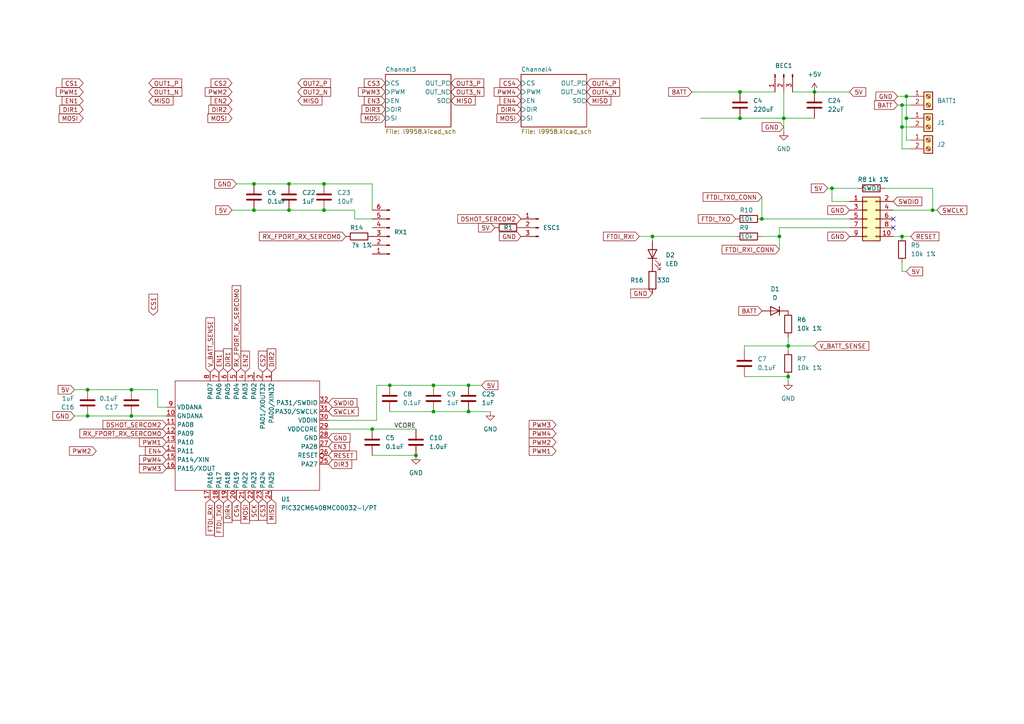
<source format=kicad_sch>
(kicad_sch (version 20211123) (generator eeschema)
  (paper "A4")
  (lib_symbols
    (symbol "Connector:Conn_01x03_Male" (pin_names (offset 1.016) hide)
      (property "Reference" "J" (at 0 5.08 0))
      (property "Value" "Conn_01x03_Male" (at 0 -5.08 0))
      (symbol "Conn_01x03_Male_1_1"
        (polyline (pts (xy 1.27 -2.54) (xy 0.8636 -2.54)) (stroke (width 0.1524)))
        (polyline (pts (xy 1.27 0) (xy 0.8636 0)) (stroke (width 0.1524)))
        (polyline (pts (xy 1.27 2.54) (xy 0.8636 2.54)) (stroke (width 0.1524)))
        (rectangle (start 0.8636 -2.413) (end 0 -2.667) (stroke (width 0.1524)) (fill (type outline)))
        (rectangle (start 0.8636 0.127) (end 0 -0.127) (stroke (width 0.1524)) (fill (type outline)))
        (rectangle (start 0.8636 2.667) (end 0 2.413) (stroke (width 0.1524)) (fill (type outline)))
        (pin passive line (at 5.08 2.54 180) (length 3.81) (name "Pin_1") (number "1"))
        (pin passive line (at 5.08 0 180) (length 3.81) (name "Pin_2") (number "2"))
        (pin passive line (at 5.08 -2.54 180) (length 3.81) (name "Pin_3") (number "3"))
      )
    )
    (symbol "Connector:Conn_01x06_Male" (pin_names (offset 1.016) hide)
      (property "Reference" "J" (at 0 7.62 0))
      (property "Value" "Conn_01x06_Male" (at 0 -10.16 0))
      (symbol "Conn_01x06_Male_1_1"
        (polyline (pts (xy 1.27 -7.62) (xy 0.8636 -7.62)) (stroke (width 0.1524)))
        (polyline (pts (xy 1.27 -5.08) (xy 0.8636 -5.08)) (stroke (width 0.1524)))
        (polyline (pts (xy 1.27 -2.54) (xy 0.8636 -2.54)) (stroke (width 0.1524)))
        (polyline (pts (xy 1.27 0) (xy 0.8636 0)) (stroke (width 0.1524)))
        (polyline (pts (xy 1.27 2.54) (xy 0.8636 2.54)) (stroke (width 0.1524)))
        (polyline (pts (xy 1.27 5.08) (xy 0.8636 5.08)) (stroke (width 0.1524)))
        (rectangle (start 0.8636 -7.493) (end 0 -7.747) (stroke (width 0.1524)) (fill (type outline)))
        (rectangle (start 0.8636 -4.953) (end 0 -5.207) (stroke (width 0.1524)) (fill (type outline)))
        (rectangle (start 0.8636 -2.413) (end 0 -2.667) (stroke (width 0.1524)) (fill (type outline)))
        (rectangle (start 0.8636 0.127) (end 0 -0.127) (stroke (width 0.1524)) (fill (type outline)))
        (rectangle (start 0.8636 2.667) (end 0 2.413) (stroke (width 0.1524)) (fill (type outline)))
        (rectangle (start 0.8636 5.207) (end 0 4.953) (stroke (width 0.1524)) (fill (type outline)))
        (pin passive line (at 5.08 5.08 180) (length 3.81) (name "Pin_1") (number "1"))
        (pin passive line (at 5.08 2.54 180) (length 3.81) (name "Pin_2") (number "2"))
        (pin passive line (at 5.08 0 180) (length 3.81) (name "Pin_3") (number "3"))
        (pin passive line (at 5.08 -2.54 180) (length 3.81) (name "Pin_4") (number "4"))
        (pin passive line (at 5.08 -5.08 180) (length 3.81) (name "Pin_5") (number "5"))
        (pin passive line (at 5.08 -7.62 180) (length 3.81) (name "Pin_6") (number "6"))
      )
    )
    (symbol "Connector:Screw_Terminal_01x02" (pin_names (offset 1.016) hide)
      (property "Reference" "J" (at 0 2.54 0))
      (property "Value" "Screw_Terminal_01x02" (at 0 -5.08 0))
      (symbol "Screw_Terminal_01x02_1_1"
        (rectangle (start -1.27 1.27) (end 1.27 -3.81) (stroke (width 0.254)) (fill (type background)))
        (circle (center 0 -2.54) (radius 0.635) (stroke (width 0.1524)))
        (polyline (pts (xy -0.5334 -2.2098) (xy 0.3302 -3.048)) (stroke (width 0.1524)))
        (polyline (pts (xy -0.5334 0.3302) (xy 0.3302 -0.508)) (stroke (width 0.1524)))
        (polyline (pts (xy -0.3556 -2.032) (xy 0.508 -2.8702)) (stroke (width 0.1524)))
        (polyline (pts (xy -0.3556 0.508) (xy 0.508 -0.3302)) (stroke (width 0.1524)))
        (circle (center 0 0) (radius 0.635) (stroke (width 0.1524)))
        (pin passive line (at -5.08 0 0) (length 3.81) (name "Pin_1") (number "1"))
        (pin passive line (at -5.08 -2.54 0) (length 3.81) (name "Pin_2") (number "2"))
      )
    )
    (symbol "Connector_Generic:Conn_02x05_Odd_Even" (pin_names (offset 1.016) hide)
      (property "Reference" "J" (at 1.27 7.62 0))
      (property "Value" "Conn_02x05_Odd_Even" (at 1.27 -7.62 0))
      (symbol "Conn_02x05_Odd_Even_1_1"
        (rectangle (start -1.27 -4.953) (end 0 -5.207) (stroke (width 0.1524)))
        (rectangle (start -1.27 -2.413) (end 0 -2.667) (stroke (width 0.1524)))
        (rectangle (start -1.27 0.127) (end 0 -0.127) (stroke (width 0.1524)))
        (rectangle (start -1.27 2.667) (end 0 2.413) (stroke (width 0.1524)))
        (rectangle (start -1.27 5.207) (end 0 4.953) (stroke (width 0.1524)))
        (rectangle (start -1.27 6.35) (end 3.81 -6.35) (stroke (width 0.254)) (fill (type background)))
        (rectangle (start 3.81 -4.953) (end 2.54 -5.207) (stroke (width 0.1524)))
        (rectangle (start 3.81 -2.413) (end 2.54 -2.667) (stroke (width 0.1524)))
        (rectangle (start 3.81 0.127) (end 2.54 -0.127) (stroke (width 0.1524)))
        (rectangle (start 3.81 2.667) (end 2.54 2.413) (stroke (width 0.1524)))
        (rectangle (start 3.81 5.207) (end 2.54 4.953) (stroke (width 0.1524)))
        (pin passive line (at -5.08 5.08 0) (length 3.81) (name "Pin_1") (number "1"))
        (pin passive line (at 7.62 -5.08 180) (length 3.81) (name "Pin_10") (number "10"))
        (pin passive line (at 7.62 5.08 180) (length 3.81) (name "Pin_2") (number "2"))
        (pin passive line (at -5.08 2.54 0) (length 3.81) (name "Pin_3") (number "3"))
        (pin passive line (at 7.62 2.54 180) (length 3.81) (name "Pin_4") (number "4"))
        (pin passive line (at -5.08 0 0) (length 3.81) (name "Pin_5") (number "5"))
        (pin passive line (at 7.62 0 180) (length 3.81) (name "Pin_6") (number "6"))
        (pin passive line (at -5.08 -2.54 0) (length 3.81) (name "Pin_7") (number "7"))
        (pin passive line (at 7.62 -2.54 180) (length 3.81) (name "Pin_8") (number "8"))
        (pin passive line (at -5.08 -5.08 0) (length 3.81) (name "Pin_9") (number "9"))
      )
    )
    (symbol "D2:PIC32CM6408MC00032-I{slash}PT"
      (property "Reference" "U" (at -7.62 63.5 0))
      (property "Value" "PIC32CM6408MC00032-I{slash}PT" (at -7.62 -15.24 0))
      (symbol "PIC32CM6408MC00032-I{slash}PT_0_1"
        (rectangle (start -21.59 43.18) (end 10.16 1.27))
      )
      (symbol "PIC32CM6408MC00032-I{slash}PT_1_1"
        (pin bidirectional line (at -24.13 29.21 0) (length 2.54) (name "PA00/XIN32") (number "1"))
        (pin bidirectional line (at -11.43 -1.27 90) (length 2.54) (name "GNDANA") (number "10"))
        (pin bidirectional line (at -8.89 -1.27 90) (length 2.54) (name "PA08") (number "11"))
        (pin bidirectional line (at -6.35 -1.27 90) (length 2.54) (name "PA09") (number "12"))
        (pin bidirectional line (at -3.81 -1.27 90) (length 2.54) (name "PA10") (number "13"))
        (pin bidirectional line (at -1.27 -1.27 90) (length 2.54) (name "PA11") (number "14"))
        (pin bidirectional line (at 1.27 -1.27 90) (length 2.54) (name "PA14/XIN") (number "15"))
        (pin bidirectional line (at 3.81 -1.27 90) (length 2.54) (name "PA15/XOUT") (number "16"))
        (pin bidirectional line (at 12.7 11.43 180) (length 2.54) (name "PA16") (number "17"))
        (pin bidirectional line (at 12.7 13.97 180) (length 2.54) (name "PA17") (number "18"))
        (pin bidirectional line (at 12.7 16.51 180) (length 2.54) (name "PA18") (number "19"))
        (pin bidirectional line (at -24.13 26.67 0) (length 2.54) (name "PA01/XOUT32") (number "2"))
        (pin bidirectional line (at 12.7 19.05 180) (length 2.54) (name "PA19") (number "20"))
        (pin bidirectional line (at 12.7 21.59 180) (length 2.54) (name "PA22") (number "21"))
        (pin bidirectional line (at 12.7 24.13 180) (length 2.54) (name "PA23") (number "22"))
        (pin bidirectional line (at 12.7 26.67 180) (length 2.54) (name "PA24") (number "23"))
        (pin bidirectional line (at 12.7 29.21 180) (length 2.54) (name "PA25") (number "24"))
        (pin bidirectional line (at 2.54 45.72 270) (length 2.54) (name "PA27") (number "25"))
        (pin input inverted (at 0 45.72 270) (length 2.54) (name "RESET") (number "26"))
        (pin bidirectional line (at -2.54 45.72 270) (length 2.54) (name "PA28") (number "27"))
        (pin bidirectional line (at -5.08 45.72 270) (length 2.54) (name "GND") (number "28"))
        (pin bidirectional line (at -7.62 45.72 270) (length 2.54) (name "VDDCORE") (number "29"))
        (pin bidirectional line (at -24.13 24.13 0) (length 2.54) (name "PA02") (number "3"))
        (pin bidirectional line (at -10.16 45.72 270) (length 2.54) (name "VDDIN") (number "30"))
        (pin bidirectional line (at -12.7 45.72 270) (length 2.54) (name "PA30/SWCLK") (number "31"))
        (pin bidirectional line (at -15.24 45.72 270) (length 2.54) (name "PA31/SWDIO") (number "32"))
        (pin bidirectional line (at -24.13 21.59 0) (length 2.54) (name "PA03") (number "4"))
        (pin bidirectional line (at -24.13 19.05 0) (length 2.54) (name "PA04") (number "5"))
        (pin bidirectional line (at -24.13 16.51 0) (length 2.54) (name "PA05") (number "6"))
        (pin bidirectional line (at -24.13 13.97 0) (length 2.54) (name "PA06") (number "7"))
        (pin bidirectional line (at -24.13 11.43 0) (length 2.54) (name "PA07") (number "8"))
        (pin bidirectional line (at -13.97 -1.27 90) (length 2.54) (name "VDDANA") (number "9"))
      )
    )
    (symbol "Device:C" (pin_numbers hide) (pin_names (offset 0.254))
      (property "Reference" "C" (at 0.635 2.54 0))
      (property "Value" "C" (at 0.635 -2.54 0))
      (symbol "C_0_1"
        (polyline (pts (xy -2.032 -0.762) (xy 2.032 -0.762)) (stroke (width 0.508)))
        (polyline (pts (xy -2.032 0.762) (xy 2.032 0.762)) (stroke (width 0.508)))
      )
      (symbol "C_1_1"
        (pin passive line (at 0 3.81 270) (length 2.794) (name "~") (number "1"))
        (pin passive line (at 0 -3.81 90) (length 2.794) (name "~") (number "2"))
      )
    )
    (symbol "Device:D" (pin_numbers hide) (pin_names (offset 1.016) hide)
      (property "Reference" "D" (at 0 2.54 0))
      (property "Value" "D" (at 0 -2.54 0))
      (symbol "D_0_1"
        (polyline (pts (xy -1.27 1.27) (xy -1.27 -1.27)) (stroke (width 0.254)))
        (polyline (pts (xy 1.27 0) (xy -1.27 0)))
        (polyline (pts (xy 1.27 1.27) (xy 1.27 -1.27) (xy -1.27 0) (xy 1.27 1.27)) (stroke (width 0.254)))
      )
      (symbol "D_1_1"
        (pin passive line (at -3.81 0 0) (length 2.54) (name "K") (number "1"))
        (pin passive line (at 3.81 0 180) (length 2.54) (name "A") (number "2"))
      )
    )
    (symbol "Device:LED" (pin_numbers hide) (pin_names (offset 1.016) hide)
      (property "Reference" "D" (at 0 2.54 0))
      (property "Value" "LED" (at 0 -2.54 0))
      (symbol "LED_0_1"
        (polyline (pts (xy -1.27 -1.27) (xy -1.27 1.27)) (stroke (width 0.254)))
        (polyline (pts (xy -1.27 0) (xy 1.27 0)))
        (polyline (pts (xy 1.27 -1.27) (xy 1.27 1.27) (xy -1.27 0) (xy 1.27 -1.27)) (stroke (width 0.254)))
        (polyline (pts (xy -3.048 -0.762) (xy -4.572 -2.286) (xy -3.81 -2.286) (xy -4.572 -2.286) (xy -4.572 -1.524)))
        (polyline (pts (xy -1.778 -0.762) (xy -3.302 -2.286) (xy -2.54 -2.286) (xy -3.302 -2.286) (xy -3.302 -1.524)))
      )
      (symbol "LED_1_1"
        (pin passive line (at -3.81 0 0) (length 2.54) (name "K") (number "1"))
        (pin passive line (at 3.81 0 180) (length 2.54) (name "A") (number "2"))
      )
    )
    (symbol "Device:R" (pin_numbers hide) (pin_names (offset 0))
      (property "Reference" "R" (at 2.032 0 90))
      (property "Value" "R" (at 0 0 90))
      (symbol "R_0_1"
        (rectangle (start -1.016 -2.54) (end 1.016 2.54) (stroke (width 0.254)))
      )
      (symbol "R_1_1"
        (pin passive line (at 0 3.81 270) (length 1.27) (name "~") (number "1"))
        (pin passive line (at 0 -3.81 90) (length 1.27) (name "~") (number "2"))
      )
    )
    (symbol "power:+5V" (power) (pin_names (offset 0))
      (property "Value" "+5V" (at 0 3.556 0))
      (symbol "+5V_0_1"
        (polyline (pts (xy -0.762 1.27) (xy 0 2.54)))
        (polyline (pts (xy 0 0) (xy 0 2.54)))
        (polyline (pts (xy 0 2.54) (xy 0.762 1.27)))
      )
      (symbol "+5V_1_1"
        (pin power_in line (at 0 0 90) (length 0) hide (name "+5V") (number "1"))
      )
    )
    (symbol "power:GND" (power) (pin_names (offset 0))
      (property "Value" "GND" (at 0 -3.81 0))
      (symbol "GND_0_1"
        (polyline (pts (xy 0 0) (xy 0 -1.27) (xy 1.27 -1.27) (xy 0 -2.54) (xy -1.27 -1.27) (xy 0 -1.27)))
      )
      (symbol "GND_1_1"
        (pin power_in line (at 0 0 270) (length 0) hide (name "GND") (number "1"))
      )
    )
  )
  (junction (at 38.1 113.03))
  (junction (at 93.98 60.96))
  (junction (at 241.3 54.61))
  (junction (at 113.03 111.76))
  (junction (at 236.22 26.67))
  (junction (at 228.6 100.33))
  (junction (at 261.62 68.58))
  (junction (at 83.82 53.34))
  (junction (at 261.62 30.48))
  (junction (at 38.1 120.65))
  (junction (at 107.95 124.46))
  (junction (at 261.62 36.83))
  (junction (at 135.89 111.76))
  (junction (at 214.63 34.29))
  (junction (at 189.23 68.58))
  (junction (at 73.66 60.96))
  (junction (at 220.98 63.5))
  (junction (at 228.6 109.22))
  (junction (at 214.63 26.67))
  (junction (at 25.4 120.65))
  (junction (at 270.51 60.96))
  (junction (at 125.73 119.38))
  (junction (at 227.33 34.29))
  (junction (at 120.65 132.08))
  (junction (at 226.06 68.58))
  (junction (at 73.66 53.34))
  (junction (at 262.89 27.94))
  (junction (at 125.73 111.76))
  (junction (at 93.98 53.34))
  (junction (at 83.82 60.96))
  (junction (at 25.4 113.03))
  (junction (at 135.89 119.38))
  (junction (at 262.89 34.29))
  (no_connect (at 259.08 63.5))
  (no_connect (at 259.08 66.04))
  (wire (pts (xy 135.89 119.38) (xy 142.24 119.38)))
  (wire (pts (xy 189.23 68.58) (xy 213.36 68.58)))
  (wire (pts (xy 264.16 43.18) (xy 261.62 43.18)))
  (wire (pts (xy 95.25 124.46) (xy 107.95 124.46)))
  (wire (pts (xy 228.6 100.33) (xy 236.22 100.33)))
  (wire (pts (xy 38.1 120.65) (xy 48.26 120.65)))
  (wire (pts (xy 215.9 109.22) (xy 228.6 109.22)))
  (wire (pts (xy 73.66 60.96) (xy 83.82 60.96)))
  (wire (pts (xy 228.6 109.22) (xy 228.6 110.49)))
  (wire (pts (xy 214.63 26.67) (xy 224.79 26.67)))
  (wire (pts (xy 102.87 63.5) (xy 102.87 60.96)))
  (wire (pts (xy 236.22 26.67) (xy 246.38 26.67)))
  (wire (pts (xy 83.82 60.96) (xy 93.98 60.96)))
  (wire (pts (xy 264.16 36.83) (xy 261.62 36.83)))
  (wire (pts (xy 48.26 118.11) (xy 45.72 118.11)))
  (wire (pts (xy 270.51 54.61) (xy 270.51 60.96)))
  (wire (pts (xy 68.58 53.34) (xy 73.66 53.34)))
  (wire (pts (xy 262.89 34.29) (xy 262.89 27.94)))
  (wire (pts (xy 215.9 101.6) (xy 215.9 100.33)))
  (wire (pts (xy 229.87 26.67) (xy 236.22 26.67)))
  (wire (pts (xy 38.1 120.65) (xy 25.4 120.65)))
  (wire (pts (xy 38.1 113.03) (xy 25.4 113.03)))
  (wire (pts (xy 260.35 27.94) (xy 262.89 27.94)))
  (wire (pts (xy 260.35 30.48) (xy 261.62 30.48)))
  (wire (pts (xy 226.06 66.04) (xy 226.06 68.58)))
  (wire (pts (xy 200.66 26.67) (xy 214.63 26.67)))
  (wire (pts (xy 214.63 34.29) (xy 227.33 34.29)))
  (wire (pts (xy 256.54 54.61) (xy 270.51 54.61)))
  (wire (pts (xy 220.98 63.5) (xy 246.38 63.5)))
  (wire (pts (xy 228.6 100.33) (xy 228.6 101.6)))
  (wire (pts (xy 220.98 57.15) (xy 220.98 63.5)))
  (wire (pts (xy 220.98 68.58) (xy 226.06 68.58)))
  (wire (pts (xy 261.62 76.2) (xy 261.62 78.74)))
  (wire (pts (xy 21.59 120.65) (xy 25.4 120.65)))
  (wire (pts (xy 107.95 132.08) (xy 120.65 132.08)))
  (wire (pts (xy 185.42 68.58) (xy 189.23 68.58)))
  (wire (pts (xy 261.62 43.18) (xy 261.62 36.83)))
  (wire (pts (xy 262.89 34.29) (xy 262.89 40.64)))
  (wire (pts (xy 107.95 60.96) (xy 107.95 53.34)))
  (wire (pts (xy 125.73 111.76) (xy 135.89 111.76)))
  (wire (pts (xy 125.73 119.38) (xy 135.89 119.38)))
  (wire (pts (xy 264.16 34.29) (xy 262.89 34.29)))
  (wire (pts (xy 259.08 68.58) (xy 261.62 68.58)))
  (wire (pts (xy 246.38 66.04) (xy 226.06 66.04)))
  (wire (pts (xy 113.03 111.76) (xy 125.73 111.76)))
  (wire (pts (xy 67.31 60.96) (xy 73.66 60.96)))
  (wire (pts (xy 261.62 36.83) (xy 261.62 30.48)))
  (wire (pts (xy 102.87 60.96) (xy 93.98 60.96)))
  (wire (pts (xy 93.98 53.34) (xy 107.95 53.34)))
  (wire (pts (xy 261.62 30.48) (xy 264.16 30.48)))
  (wire (pts (xy 270.51 60.96) (xy 271.78 60.96)))
  (wire (pts (xy 189.23 68.58) (xy 189.23 69.85)))
  (wire (pts (xy 246.38 58.42) (xy 241.3 58.42)))
  (wire (pts (xy 73.66 53.34) (xy 83.82 53.34)))
  (wire (pts (xy 135.89 111.76) (xy 139.7 111.76)))
  (wire (pts (xy 261.62 68.58) (xy 264.16 68.58)))
  (wire (pts (xy 264.16 40.64) (xy 262.89 40.64)))
  (wire (pts (xy 107.95 63.5) (xy 102.87 63.5)))
  (wire (pts (xy 21.59 113.03) (xy 25.4 113.03)))
  (wire (pts (xy 227.33 26.67) (xy 227.33 34.29)))
  (wire (pts (xy 241.3 54.61) (xy 241.3 58.42)))
  (wire (pts (xy 226.06 68.58) (xy 226.06 72.39)))
  (wire (pts (xy 262.89 27.94) (xy 264.16 27.94)))
  (wire (pts (xy 109.22 111.76) (xy 113.03 111.76)))
  (wire (pts (xy 109.22 121.92) (xy 109.22 111.76)))
  (wire (pts (xy 95.25 121.92) (xy 109.22 121.92)))
  (wire (pts (xy 259.08 60.96) (xy 270.51 60.96)))
  (wire (pts (xy 240.03 54.61) (xy 241.3 54.61)))
  (wire (pts (xy 107.95 124.46) (xy 120.65 124.46)))
  (wire (pts (xy 113.03 119.38) (xy 125.73 119.38)))
  (wire (pts (xy 83.82 53.34) (xy 93.98 53.34)))
  (wire (pts (xy 228.6 97.79) (xy 228.6 100.33)))
  (wire (pts (xy 215.9 100.33) (xy 228.6 100.33)))
  (wire (pts (xy 227.33 34.29) (xy 227.33 38.1)))
  (wire (pts (xy 261.62 78.74) (xy 262.89 78.74)))
  (wire (pts (xy 45.72 113.03) (xy 38.1 113.03)))
  (wire (pts (xy 203.2 34.29) (xy 214.63 34.29)))
  (wire (pts (xy 227.33 34.29) (xy 236.22 34.29)))
  (wire (pts (xy 45.72 118.11) (xy 45.72 113.03)))
  (wire (pts (xy 241.3 54.61) (xy 248.92 54.61)))
  (label "VCORE" (at 114.3 124.46 0))
  (global_label "EN3" (shape input) (at 111.76 29.21 180) (property "Intersheet References" "${INTERSHEET_REFS}" (effects hide)))
  (global_label "FTDI_RXI" (shape input) (at 60.96 144.78 270) (property "Intersheet References" "${INTERSHEET_REFS}" (effects hide)))
  (global_label "GND" (shape input) (at 68.58 53.34 180) (property "Intersheet References" "${INTERSHEET_REFS}" (effects hide)))
  (global_label "PWM4" (shape input) (at 151.13 26.67 180) (property "Intersheet References" "${INTERSHEET_REFS}" (effects hide)))
  (global_label "CS3" (shape input) (at 76.2 144.78 270) (property "Intersheet References" "${INTERSHEET_REFS}" (effects hide)))
  (global_label "OUT1_P" (shape input) (at 43.18 24.13 0) (property "Intersheet References" "${INTERSHEET_REFS}" (effects hide)))
  (global_label "RX_FPORT_RX_SERCOM0" (shape input) (at 100.33 68.58 180) (property "Intersheet References" "${INTERSHEET_REFS}" (effects hide)))
  (global_label "CS4" (shape input) (at 68.58 144.78 270) (property "Intersheet References" "${INTERSHEET_REFS}" (effects hide)))
  (global_label "FTDI_RXI" (shape input) (at 185.42 68.58 180) (property "Intersheet References" "${INTERSHEET_REFS}" (effects hide)))
  (global_label "PWM1" (shape input) (at 24.13 26.67 180) (property "Intersheet References" "${INTERSHEET_REFS}" (effects hide)))
  (global_label "MOSI" (shape input) (at 151.13 34.29 180) (property "Intersheet References" "${INTERSHEET_REFS}" (effects hide)))
  (global_label "PWM4" (shape input) (at 161.29 125.73 180) (property "Intersheet References" "${INTERSHEET_REFS}" (effects hide)))
  (global_label "OUT3_N" (shape input) (at 130.81 26.67 0) (property "Intersheet References" "${INTERSHEET_REFS}" (effects hide)))
  (global_label "DIR2" (shape input) (at 67.31 31.75 180) (property "Intersheet References" "${INTERSHEET_REFS}" (effects hide)))
  (global_label "SWDIO" (shape input) (at 95.25 116.84 0) (property "Intersheet References" "${INTERSHEET_REFS}" (effects hide)))
  (global_label "RESET" (shape input) (at 264.16 68.58 0) (property "Intersheet References" "${INTERSHEET_REFS}" (effects hide)))
  (global_label "DIR2" (shape input) (at 78.74 107.95 90) (property "Intersheet References" "${INTERSHEET_REFS}" (effects hide)))
  (global_label "EN1" (shape input) (at 63.5 107.95 90) (property "Intersheet References" "${INTERSHEET_REFS}" (effects hide)))
  (global_label "OUT2_N" (shape input) (at 86.36 26.67 0) (property "Intersheet References" "${INTERSHEET_REFS}" (effects hide)))
  (global_label "5V" (shape input) (at 262.89 78.74 0) (property "Intersheet References" "${INTERSHEET_REFS}" (effects hide)))
  (global_label "SWCLK" (shape input) (at 95.25 119.38 0) (property "Intersheet References" "${INTERSHEET_REFS}" (effects hide)))
  (global_label "FTDI_TXO" (shape input) (at 63.5 144.78 270) (property "Intersheet References" "${INTERSHEET_REFS}" (effects hide)))
  (global_label "BATT" (shape input) (at 260.35 30.48 180) (property "Intersheet References" "${INTERSHEET_REFS}" (effects hide)))
  (global_label "CS4" (shape input) (at 151.13 24.13 180) (property "Intersheet References" "${INTERSHEET_REFS}" (effects hide)))
  (global_label "EN3" (shape input) (at 95.25 129.54 0) (property "Intersheet References" "${INTERSHEET_REFS}" (effects hide)))
  (global_label "5V" (shape input) (at 21.59 113.03 180) (property "Intersheet References" "${INTERSHEET_REFS}" (effects hide)))
  (global_label "PWM2" (shape input) (at 67.31 26.67 180) (property "Intersheet References" "${INTERSHEET_REFS}" (effects hide)))
  (global_label "MISO" (shape input) (at 43.18 29.21 0) (property "Intersheet References" "${INTERSHEET_REFS}" (effects hide)))
  (global_label "5V" (shape input) (at 67.31 60.96 180) (property "Intersheet References" "${INTERSHEET_REFS}" (effects hide)))
  (global_label "EN1" (shape input) (at 24.13 29.21 180) (property "Intersheet References" "${INTERSHEET_REFS}" (effects hide)))
  (global_label "MISO" (shape input) (at 170.18 29.21 0) (property "Intersheet References" "${INTERSHEET_REFS}" (effects hide)))
  (global_label "EN2" (shape input) (at 71.12 107.95 90) (property "Intersheet References" "${INTERSHEET_REFS}" (effects hide)))
  (global_label "CS3" (shape input) (at 111.76 24.13 180) (property "Intersheet References" "${INTERSHEET_REFS}" (effects hide)))
  (global_label "CS1" (shape input) (at 24.13 24.13 180) (property "Intersheet References" "${INTERSHEET_REFS}" (effects hide)))
  (global_label "5V" (shape input) (at 240.03 54.61 180) (property "Intersheet References" "${INTERSHEET_REFS}" (effects hide)))
  (global_label "MOSI" (shape input) (at 71.12 144.78 270) (property "Intersheet References" "${INTERSHEET_REFS}" (effects hide)))
  (global_label "DSHOT_SERCOM2" (shape input) (at 151.13 63.5 180) (property "Intersheet References" "${INTERSHEET_REFS}" (effects hide)))
  (global_label "V_BATT_SENSE" (shape input) (at 60.96 107.95 90) (property "Intersheet References" "${INTERSHEET_REFS}" (effects hide)))
  (global_label "DIR1" (shape input) (at 24.13 31.75 180) (property "Intersheet References" "${INTERSHEET_REFS}" (effects hide)))
  (global_label "BATT" (shape input) (at 220.98 90.17 180) (property "Intersheet References" "${INTERSHEET_REFS}" (effects hide)))
  (global_label "OUT4_N" (shape input) (at 170.18 26.67 0) (property "Intersheet References" "${INTERSHEET_REFS}" (effects hide)))
  (global_label "EN4" (shape input) (at 151.13 29.21 180) (property "Intersheet References" "${INTERSHEET_REFS}" (effects hide)))
  (global_label "MOSI" (shape input) (at 24.13 34.29 180) (property "Intersheet References" "${INTERSHEET_REFS}" (effects hide)))
  (global_label "CS1" (shape input) (at 44.45 91.44 90) (property "Intersheet References" "${INTERSHEET_REFS}" (effects hide)))
  (global_label "RX_FPORT_RX_SERCOM0" (shape input) (at 68.58 107.95 90) (property "Intersheet References" "${INTERSHEET_REFS}" (effects hide)))
  (global_label "EN2" (shape input) (at 67.31 29.21 180) (property "Intersheet References" "${INTERSHEET_REFS}" (effects hide)))
  (global_label "DIR1" (shape input) (at 66.04 107.95 90) (property "Intersheet References" "${INTERSHEET_REFS}" (effects hide)))
  (global_label "OUT4_P" (shape input) (at 170.18 24.13 0) (property "Intersheet References" "${INTERSHEET_REFS}" (effects hide)))
  (global_label "DIR3" (shape input) (at 111.76 31.75 180) (property "Intersheet References" "${INTERSHEET_REFS}" (effects hide)))
  (global_label "5V" (shape input) (at 246.38 26.67 0) (property "Intersheet References" "${INTERSHEET_REFS}" (effects hide)))
  (global_label "GND" (shape input) (at 246.38 60.96 180) (property "Intersheet References" "${INTERSHEET_REFS}" (effects hide)))
  (global_label "FTDI_TXO_CONN" (shape input) (at 220.98 57.15 180) (property "Intersheet References" "${INTERSHEET_REFS}" (effects hide)))
  (global_label "PWM4" (shape input) (at 48.26 133.35 180) (property "Intersheet References" "${INTERSHEET_REFS}" (effects hide)))
  (global_label "MOSI" (shape input) (at 67.31 34.29 180) (property "Intersheet References" "${INTERSHEET_REFS}" (effects hide)))
  (global_label "PWM3" (shape input) (at 48.26 135.89 180) (property "Intersheet References" "${INTERSHEET_REFS}" (effects hide)))
  (global_label "DIR4" (shape input) (at 66.04 144.78 270) (property "Intersheet References" "${INTERSHEET_REFS}" (effects hide)))
  (global_label "EN4" (shape input) (at 48.26 130.81 180) (property "Intersheet References" "${INTERSHEET_REFS}" (effects hide)))
  (global_label "DIR3" (shape input) (at 95.25 134.62 0) (property "Intersheet References" "${INTERSHEET_REFS}" (effects hide)))
  (global_label "PWM3" (shape input) (at 111.76 26.67 180) (property "Intersheet References" "${INTERSHEET_REFS}" (effects hide)))
  (global_label "FTDI_RXI_CONN" (shape input) (at 226.06 72.39 180) (property "Intersheet References" "${INTERSHEET_REFS}" (effects hide)))
  (global_label "OUT1_N" (shape input) (at 43.18 26.67 0) (property "Intersheet References" "${INTERSHEET_REFS}" (effects hide)))
  (global_label "GND" (shape input) (at 260.35 27.94 180) (property "Intersheet References" "${INTERSHEET_REFS}" (effects hide)))
  (global_label "DIR4" (shape input) (at 151.13 31.75 180) (property "Intersheet References" "${INTERSHEET_REFS}" (effects hide)))
  (global_label "PWM2" (shape input) (at 27.94 130.81 180) (property "Intersheet References" "${INTERSHEET_REFS}" (effects hide)))
  (global_label "CS2" (shape input) (at 67.31 24.13 180) (property "Intersheet References" "${INTERSHEET_REFS}" (effects hide)))
  (global_label "RX_FPORT_RX_SERCOM0" (shape input) (at 48.26 125.73 180) (property "Intersheet References" "${INTERSHEET_REFS}" (effects hide)))
  (global_label "GND" (shape input) (at 227.33 36.83 180) (property "Intersheet References" "${INTERSHEET_REFS}" (effects hide)))
  (global_label "5V" (shape input) (at 143.51 66.04 180) (property "Intersheet References" "${INTERSHEET_REFS}" (effects hide)))
  (global_label "OUT3_P" (shape input) (at 130.81 24.13 0) (property "Intersheet References" "${INTERSHEET_REFS}" (effects hide)))
  (global_label "GND" (shape input) (at 151.13 68.58 180) (property "Intersheet References" "${INTERSHEET_REFS}" (effects hide)))
  (global_label "DSHOT_SERCOM2" (shape input) (at 48.26 123.19 180) (property "Intersheet References" "${INTERSHEET_REFS}" (effects hide)))
  (global_label "FTDI_TXO" (shape input) (at 213.36 63.5 180) (property "Intersheet References" "${INTERSHEET_REFS}" (effects hide)))
  (global_label "SWCLK" (shape input) (at 271.78 60.96 0) (property "Intersheet References" "${INTERSHEET_REFS}" (effects hide)))
  (global_label "PWM1" (shape input) (at 161.29 130.81 180) (property "Intersheet References" "${INTERSHEET_REFS}" (effects hide)))
  (global_label "GND" (shape input) (at 95.25 127 0) (property "Intersheet References" "${INTERSHEET_REFS}" (effects hide)))
  (global_label "CS2" (shape input) (at 76.2 107.95 90) (property "Intersheet References" "${INTERSHEET_REFS}" (effects hide)))
  (global_label "PWM1" (shape input) (at 48.26 128.27 180) (property "Intersheet References" "${INTERSHEET_REFS}" (effects hide)))
  (global_label "V_BATT_SENSE" (shape input) (at 236.22 100.33 0) (property "Intersheet References" "${INTERSHEET_REFS}" (effects hide)))
  (global_label "SCK" (shape input) (at 73.66 144.78 270) (property "Intersheet References" "${INTERSHEET_REFS}" (effects hide)))
  (global_label "BATT" (shape input) (at 200.66 26.67 180) (property "Intersheet References" "${INTERSHEET_REFS}" (effects hide)))
  (global_label "MISO" (shape input) (at 86.36 29.21 0) (property "Intersheet References" "${INTERSHEET_REFS}" (effects hide)))
  (global_label "GND" (shape input) (at 246.38 68.58 180) (property "Intersheet References" "${INTERSHEET_REFS}" (effects hide)))
  (global_label "RESET" (shape input) (at 95.25 132.08 0) (property "Intersheet References" "${INTERSHEET_REFS}" (effects hide)))
  (global_label "GND" (shape input) (at 21.59 120.65 180) (property "Intersheet References" "${INTERSHEET_REFS}" (effects hide)))
  (global_label "SWDIO" (shape input) (at 259.08 58.42 0) (property "Intersheet References" "${INTERSHEET_REFS}" (effects hide)))
  (global_label "OUT2_P" (shape input) (at 86.36 24.13 0) (property "Intersheet References" "${INTERSHEET_REFS}" (effects hide)))
  (global_label "5V" (shape input) (at 139.7 111.76 0) (property "Intersheet References" "${INTERSHEET_REFS}" (effects hide)))
  (global_label "GND" (shape input) (at 189.23 85.09 180) (property "Intersheet References" "${INTERSHEET_REFS}" (effects hide)))
  (global_label "PWM3" (shape input) (at 161.29 123.19 180) (property "Intersheet References" "${INTERSHEET_REFS}" (effects hide)))
  (global_label "MOSI" (shape input) (at 111.76 34.29 180) (property "Intersheet References" "${INTERSHEET_REFS}" (effects hide)))
  (global_label "PWM2" (shape input) (at 161.29 128.27 180) (property "Intersheet References" "${INTERSHEET_REFS}" (effects hide)))
  (global_label "MISO" (shape input) (at 78.74 144.78 270) (property "Intersheet References" "${INTERSHEET_REFS}" (effects hide)))
  (global_label "MISO" (shape input) (at 130.81 29.21 0) (property "Intersheet References" "${INTERSHEET_REFS}" (effects hide)))
  (symbol (lib_id "Device:C") (at 236.22 30.48 0) (unit 1)
    (property "Reference" "C24" (at 240.03 29.2099 0) (effects (justify left)))
    (property "Value" "22uF" (at 240.03 31.7499 0) (effects (justify left)))
    (property "Footprint" "Capacitor_SMD:C_0805_2012Metric_Pad1.18x1.45mm_HandSolder" (effects hide))
  )
  (symbol (lib_id "Connector:Conn_01x06_Male") (at 113.03 68.58 180) (unit 1)
    (property "Reference" "RX1" (at 114.3 67.3099 0) (effects (justify right)))
    (property "Value" "RX" (effects hide))
    (property "Footprint" "Connector_PinHeader_2.00mm:PinHeader_1x06_P2.00mm_Vertical" (effects hide))
  )
  (symbol (lib_id "Device:C") (at 25.4 116.84 180) (unit 1)
    (property "Reference" "C16" (at 21.59 118.1101 0) (effects (justify left)))
    (property "Value" "1uF" (at 21.59 115.5701 0) (effects (justify left)))
    (property "Footprint" "Capacitor_SMD:C_0603_1608Metric" (effects hide))
  )
  (symbol (lib_id "Device:C") (at 113.03 115.57 0) (unit 1)
    (property "Reference" "C8" (at 116.84 114.2999 0) (effects (justify left)))
    (property "Value" "0.1uF" (at 116.84 116.8399 0) (effects (justify left)))
    (property "Footprint" "Capacitor_SMD:C_0603_1608Metric" (effects hide))
  )
  (symbol (lib_id "Connector_Generic:Conn_02x05_Odd_Even") (at 251.46 63.5 0) (unit 1)
    (property "Reference" "SWD1" (at 252.73 54.61 0))
    (property "Value" "Connector:Tag-Connect_TC2050-IDC-NL_2x05_P1.27mm_Vertical" (effects hide))
    (property "Footprint" "Connector:Tag-Connect_TC2050-IDC-NL_2x05_P1.27mm_Vertical" (effects hide))
  )
  (symbol (lib_id "Connector:Screw_Terminal_01x02") (at 269.24 27.94 0) (unit 1)
    (property "Reference" "BATT1" (at 271.78 29.2099 0) (effects (justify left)))
    (property "Value" "Screw_Terminal_01x02" (effects hide))
    (property "Footprint" "Connector_AMASS:AMASS_XT30U-M_1x02_P5.0mm_Vertical" (effects hide))
  )
  (symbol (lib_id "Device:R") (at 261.62 72.39 0) (unit 1)
    (property "Reference" "R5" (at 264.16 71.1199 0) (effects (justify left)))
    (property "Value" "10k 1%" (at 264.16 73.66 0) (effects (justify left)))
    (property "Footprint" "Resistor_SMD:R_0603_1608Metric" (effects hide))
  )
  (symbol (lib_id "Device:R") (at 228.6 105.41 0) (unit 1)
    (property "Reference" "R7" (at 231.14 104.1399 0) (effects (justify left)))
    (property "Value" "10k 1%" (at 231.14 106.68 0) (effects (justify left)))
    (property "Footprint" "Resistor_SMD:R_0603_1608Metric" (effects hide))
  )
  (symbol (lib_id "Device:R") (at 252.73 54.61 90) (unit 1)
    (property "Reference" "R8" (at 251.4599 52.07 90) (effects (justify left)))
    (property "Value" "1k 1%" (at 257.81 52.07 90) (effects (justify left)))
    (property "Footprint" "Resistor_SMD:R_0603_1608Metric" (effects hide))
  )
  (symbol (lib_id "D2:PIC32CM6408MC00032-I{slash}PT") (at 49.53 132.08 270) (unit 1)
    (property "Reference" "U1" (at 81.5087 144.78 90) (effects (justify left)))
    (property "Value" "PIC32CM6408MC00032-I/PT" (at 81.5087 147.32 90) (effects (justify left)))
    (property "Footprint" "Package_QFP:TQFP-32_7x7mm_P0.8mm" (effects hide))
  )
  (symbol (lib_id "Device:D") (at 224.79 90.17 180) (unit 1)
    (property "Reference" "D1" (at 224.79 83.82 0))
    (property "Value" "D" (at 224.79 86.36 0))
    (property "Footprint" "Diode_SMD:D_0603_1608Metric" (effects hide))
  )
  (symbol (lib_id "power:GND") (at 142.24 119.38 0) (unit 1)
    (property "Reference" "#PWR0112" (effects hide))
    (property "Value" "GND" (at 142.24 124.46 0))
  )
  (symbol (lib_id "Device:C") (at 73.66 57.15 0) (unit 1)
    (property "Reference" "C6" (at 77.47 55.8799 0) (effects (justify left)))
    (property "Value" "0.1uF" (at 77.47 58.4199 0) (effects (justify left)))
    (property "Footprint" "Capacitor_SMD:C_0603_1608Metric" (effects hide))
  )
  (symbol (lib_id "Connector:Screw_Terminal_01x02") (at 269.24 40.64 0) (unit 1)
    (property "Reference" "J2" (at 271.78 41.9099 0) (effects (justify left)))
    (property "Value" "Screw_Terminal_01x02" (effects hide))
    (property "Footprint" "Connector_AMASS:AMASS_XT30U-M_1x02_P5.0mm_Vertical" (effects hide))
  )
  (symbol (lib_id "power:GND") (at 228.6 110.49 0) (unit 1)
    (property "Reference" "#PWR0111" (effects hide))
    (property "Value" "GND" (at 228.6 115.57 0))
  )
  (symbol (lib_id "Device:R") (at 147.32 66.04 270) (unit 1)
    (property "Reference" "R1" (at 146.05 66.04 90) (effects (justify left)))
    (property "Value" "0" (effects hide))
    (property "Footprint" "Resistor_SMD:R_0603_1608Metric" (effects hide))
  )
  (symbol (lib_id "Device:C") (at 214.63 30.48 0) (unit 1)
    (property "Reference" "C4" (at 218.44 29.2099 0) (effects (justify left)))
    (property "Value" "220uF" (at 218.44 31.7499 0) (effects (justify left)))
    (property "Footprint" "Capacitor_THT:CP_Radial_D8.0mm_P3.50mm" (effects hide))
  )
  (symbol (lib_id "Connector:Conn_01x03_Male") (at 156.21 66.04 0) (mirror y) (unit 1)
    (property "Reference" "ESC1" (at 157.48 66.0399 0) (effects (justify right)))
    (property "Value" "BEC" (effects hide))
    (property "Footprint" "Connector_PinHeader_2.54mm:PinHeader_1x03_P2.54mm_Vertical" (effects hide))
  )
  (symbol (lib_id "Device:C") (at 93.98 57.15 0) (unit 1)
    (property "Reference" "C23" (at 97.79 55.8799 0) (effects (justify left)))
    (property "Value" "10uF" (at 97.79 58.4199 0) (effects (justify left)))
    (property "Footprint" "Capacitor_SMD:C_1206_3216Metric_Pad1.33x1.80mm_HandSolder" (effects hide))
  )
  (symbol (lib_id "Device:C") (at 38.1 116.84 180) (unit 1)
    (property "Reference" "C17" (at 34.29 118.1101 0) (effects (justify left)))
    (property "Value" "0.1uF" (at 34.29 115.5701 0) (effects (justify left)))
    (property "Footprint" "Capacitor_SMD:C_0603_1608Metric" (effects hide))
  )
  (symbol (lib_id "Connector:Conn_01x03_Male") (at 227.33 21.59 90) (mirror x) (unit 1)
    (property "Reference" "BEC1" (at 227.33 19.05 90))
    (property "Value" "BEC" (effects hide))
    (property "Footprint" "Connector_PinHeader_2.54mm:PinHeader_1x03_P2.54mm_Vertical" (effects hide))
  )
  (symbol (lib_id "Device:C") (at 215.9 105.41 0) (unit 1)
    (property "Reference" "C7" (at 219.71 104.1399 0) (effects (justify left)))
    (property "Value" "0.1uF" (at 219.71 106.6799 0) (effects (justify left)))
    (property "Footprint" "Capacitor_SMD:C_0603_1608Metric" (effects hide))
  )
  (symbol (lib_id "Device:C") (at 83.82 57.15 0) (unit 1)
    (property "Reference" "C22" (at 87.63 55.8799 0) (effects (justify left)))
    (property "Value" "1uF" (at 87.63 58.4199 0) (effects (justify left)))
    (property "Footprint" "Capacitor_SMD:C_0603_1608Metric" (effects hide))
  )
  (symbol (lib_id "Device:R") (at 217.17 68.58 90) (unit 1)
    (property "Reference" "R9" (at 217.17 66.04 90) (effects (justify left)))
    (property "Value" "10k" (at 218.44 68.58 90) (effects (justify left)))
    (property "Footprint" "Resistor_SMD:R_0603_1608Metric" (effects hide))
  )
  (symbol (lib_id "Device:C") (at 120.65 128.27 0) (unit 1)
    (property "Reference" "C10" (at 124.46 126.9999 0) (effects (justify left)))
    (property "Value" "1.0uF" (at 124.46 129.5399 0) (effects (justify left)))
    (property "Footprint" "Capacitor_SMD:C_0603_1608Metric" (effects hide))
  )
  (symbol (lib_id "Device:R") (at 217.17 63.5 90) (unit 1)
    (property "Reference" "R10" (at 218.44 60.96 90) (effects (justify left)))
    (property "Value" "10k" (at 218.44 63.5 90) (effects (justify left)))
    (property "Footprint" "Resistor_SMD:R_0603_1608Metric" (effects hide))
  )
  (symbol (lib_id "Device:C") (at 135.89 115.57 0) (unit 1)
    (property "Reference" "C25" (at 139.7 114.2999 0) (effects (justify left)))
    (property "Value" "1uF" (at 139.7 116.8399 0) (effects (justify left)))
    (property "Footprint" "Capacitor_SMD:C_0603_1608Metric" (effects hide))
  )
  (symbol (lib_id "Device:R") (at 104.14 68.58 90) (unit 1)
    (property "Reference" "R14" (at 105.41 66.04 90) (effects (justify left)))
    (property "Value" "?k 1%" (at 107.95 71.12 90) (effects (justify left)))
    (property "Footprint" "Resistor_SMD:R_0603_1608Metric" (effects hide))
  )
  (symbol (lib_id "power:+5V") (at 236.22 26.67 0) (unit 1)
    (property "Reference" "#PWR0104" (effects hide))
    (property "Value" "+5V" (at 236.22 21.59 0))
  )
  (symbol (lib_id "power:GND") (at 120.65 132.08 0) (unit 1)
    (property "Reference" "#PWR0103" (effects hide))
    (property "Value" "GND" (at 120.65 137.16 0))
  )
  (symbol (lib_id "Connector:Screw_Terminal_01x02") (at 269.24 34.29 0) (unit 1)
    (property "Reference" "J1" (at 271.78 35.5599 0) (effects (justify left)))
    (property "Value" "Screw_Terminal_01x02" (effects hide))
    (property "Footprint" "Connector_AMASS:AMASS_XT30U-M_1x02_P5.0mm_Vertical" (effects hide))
  )
  (symbol (lib_id "Device:C") (at 107.95 128.27 0) (unit 1)
    (property "Reference" "C5" (at 111.76 126.9999 0) (effects (justify left)))
    (property "Value" "0.1uF" (at 111.76 129.5399 0) (effects (justify left)))
    (property "Footprint" "Capacitor_SMD:C_0603_1608Metric" (effects hide))
  )
  (symbol (lib_id "Device:C") (at 125.73 115.57 0) (unit 1)
    (property "Reference" "C9" (at 129.54 114.2999 0) (effects (justify left)))
    (property "Value" "1uF" (at 129.54 116.8399 0) (effects (justify left)))
    (property "Footprint" "Capacitor_SMD:C_0603_1608Metric" (effects hide))
  )
  (symbol (lib_id "Device:LED") (at 189.23 73.66 90) (unit 1)
    (property "Reference" "D2" (at 193.04 73.9774 90) (effects (justify right)))
    (property "Value" "LED" (at 193.04 76.5174 90) (effects (justify right)))
    (property "Footprint" "LED_SMD:LED_0603_1608Metric_Pad1.05x0.95mm_HandSolder" (effects hide))
  )
  (symbol (lib_id "power:GND") (at 227.33 38.1 0) (unit 1)
    (property "Reference" "#PWR0101" (effects hide))
    (property "Value" "GND" (at 227.33 43.18 0))
  )
  (symbol (lib_id "Device:R") (at 228.6 93.98 0) (unit 1)
    (property "Reference" "R6" (at 231.14 92.7099 0) (effects (justify left)))
    (property "Value" "10k 1%" (at 231.14 95.25 0) (effects (justify left)))
    (property "Footprint" "Resistor_SMD:R_0603_1608Metric" (effects hide))
  )
  (symbol (lib_id "Device:R") (at 189.23 81.28 180) (unit 1)
    (property "Reference" "R16" (at 186.69 81.28 0) (effects (justify left)))
    (property "Value" "330" (at 194.31 81.28 0) (effects (justify left)))
    (property "Footprint" "Resistor_SMD:R_0603_1608Metric" (effects hide))
  )
  (sheet (at 111.76 21.59) (size 19.05 15.24) (stroke (width 0.1524))
    (property "Sheet name" "Channel3" (at 111.76 20.8784 0) (effects (justify left bottom)))
    (property "Sheet file" "l9958.kicad_sch" (at 111.76 37.4146 0) (effects (justify left top)))
    (pin "CS" input (at 111.76 24.13 180))
    (pin "PWM" input (at 111.76 26.67 180))
    (pin "EN" input (at 111.76 29.21 180))
    (pin "OUT_N" output (at 130.81 26.67 0))
    (pin "OUT_P" output (at 130.81 24.13 0))
    (pin "DIR" input (at 111.76 31.75 180))
    (pin "SI" input (at 111.76 34.29 180))
    (pin "SO" output (at 130.81 29.21 0))
  )
  (sheet (at 151.13 21.59) (size 19.05 15.24) (stroke (width 0.1524))
    (property "Sheet name" "Channel4" (at 151.13 20.8784 0) (effects (justify left bottom)))
    (property "Sheet file" "l9958.kicad_sch" (at 151.13 37.4146 0) (effects (justify left top)))
    (pin "CS" input (at 151.13 24.13 180))
    (pin "PWM" input (at 151.13 26.67 180))
    (pin "EN" input (at 151.13 29.21 180))
    (pin "OUT_N" output (at 170.18 26.67 0))
    (pin "OUT_P" output (at 170.18 24.13 0))
    (pin "DIR" input (at 151.13 31.75 180))
    (pin "SI" input (at 151.13 34.29 180))
    (pin "SO" output (at 170.18 29.21 0))
  )
)
</source>
